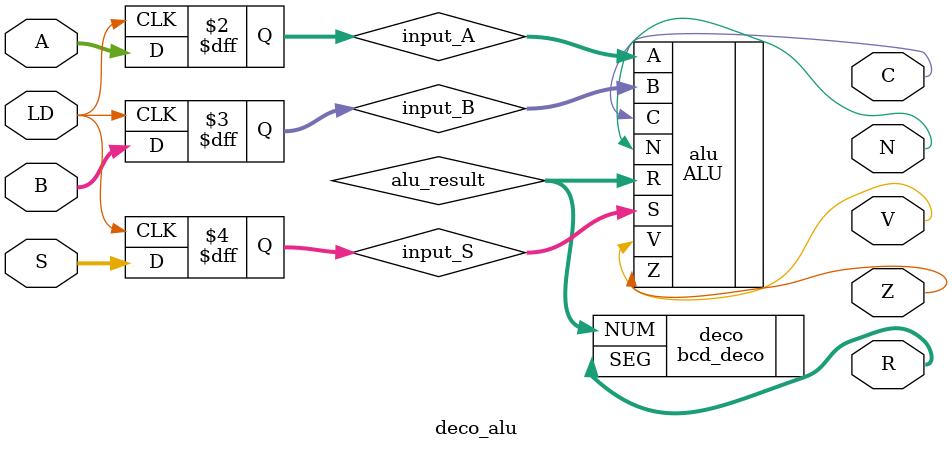
<source format=sv>
`define NUM_BITS 2

module deco_alu(LD, A, B, S, R, Z, N, C, V);
    input logic LD;
    input logic [(`NUM_BITS-1):0] A;
    input logic [(`NUM_BITS-1):0] B;
    input logic [3:0] S;

    output logic [6:0] R;
    output logic Z, N, C, V;

    logic [(`NUM_BITS-1):0] input_A;
    logic [(`NUM_BITS-1):0] input_B;
    logic [3:0] input_S;

    always @(posedge LD) begin
        input_A <= A;
        input_B <= B;
        input_S <= S;
    end

    logic [(`NUM_BITS-1):0] alu_result;
    ALU #(.NUM_BITS(`NUM_BITS)) alu(
        .A(input_A),
        .B(input_B),
        .S(input_S),
        .R(alu_result),
        .Z(Z),
        .N(N),
        .C(C),
        .V(V)
    );

    bcd_deco deco(
        .NUM(alu_result),
        .SEG(R)
    );
endmodule
</source>
